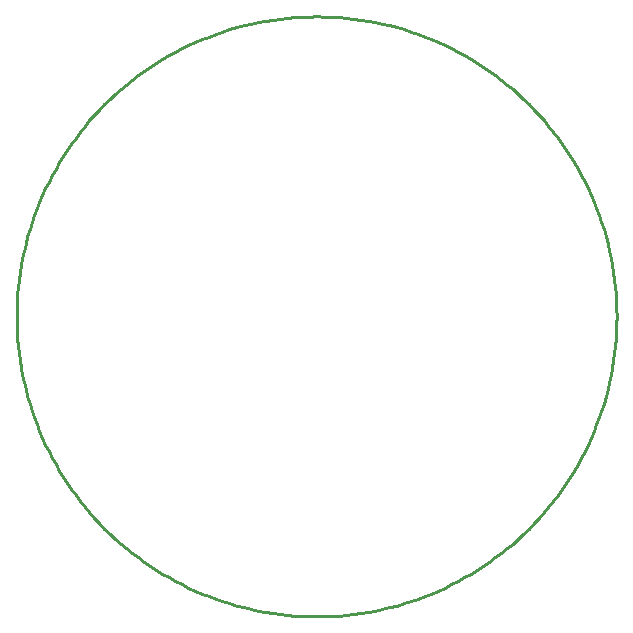
<source format=gtp>
G75*
%MOIN*%
%OFA0B0*%
%FSLAX25Y25*%
%IPPOS*%
%LPD*%
%AMOC8*
5,1,8,0,0,1.08239X$1,22.5*
%
%ADD10C,0.01000*%
D10*
X0001500Y0114770D02*
X0001530Y0117224D01*
X0001620Y0119677D01*
X0001771Y0122126D01*
X0001982Y0124572D01*
X0002252Y0127011D01*
X0002582Y0129443D01*
X0002972Y0131866D01*
X0003421Y0134279D01*
X0003930Y0136680D01*
X0004497Y0139068D01*
X0005122Y0141441D01*
X0005806Y0143798D01*
X0006547Y0146138D01*
X0007346Y0148459D01*
X0008201Y0150760D01*
X0009112Y0153038D01*
X0010079Y0155294D01*
X0011101Y0157526D01*
X0012178Y0159731D01*
X0013308Y0161910D01*
X0014491Y0164060D01*
X0015727Y0166180D01*
X0017015Y0168270D01*
X0018353Y0170327D01*
X0019742Y0172351D01*
X0021179Y0174340D01*
X0022665Y0176293D01*
X0024199Y0178209D01*
X0025779Y0180087D01*
X0027405Y0181926D01*
X0029075Y0183724D01*
X0030789Y0185481D01*
X0032546Y0187195D01*
X0034344Y0188865D01*
X0036183Y0190491D01*
X0038061Y0192071D01*
X0039977Y0193605D01*
X0041930Y0195091D01*
X0043919Y0196528D01*
X0045943Y0197917D01*
X0048000Y0199255D01*
X0050090Y0200543D01*
X0052210Y0201779D01*
X0054360Y0202962D01*
X0056539Y0204092D01*
X0058744Y0205169D01*
X0060976Y0206191D01*
X0063232Y0207158D01*
X0065510Y0208069D01*
X0067811Y0208924D01*
X0070132Y0209723D01*
X0072472Y0210464D01*
X0074829Y0211148D01*
X0077202Y0211773D01*
X0079590Y0212340D01*
X0081991Y0212849D01*
X0084404Y0213298D01*
X0086827Y0213688D01*
X0089259Y0214018D01*
X0091698Y0214288D01*
X0094144Y0214499D01*
X0096593Y0214650D01*
X0099046Y0214740D01*
X0101500Y0214770D01*
X0103954Y0214740D01*
X0106407Y0214650D01*
X0108856Y0214499D01*
X0111302Y0214288D01*
X0113741Y0214018D01*
X0116173Y0213688D01*
X0118596Y0213298D01*
X0121009Y0212849D01*
X0123410Y0212340D01*
X0125798Y0211773D01*
X0128171Y0211148D01*
X0130528Y0210464D01*
X0132868Y0209723D01*
X0135189Y0208924D01*
X0137490Y0208069D01*
X0139768Y0207158D01*
X0142024Y0206191D01*
X0144256Y0205169D01*
X0146461Y0204092D01*
X0148640Y0202962D01*
X0150790Y0201779D01*
X0152910Y0200543D01*
X0155000Y0199255D01*
X0157057Y0197917D01*
X0159081Y0196528D01*
X0161070Y0195091D01*
X0163023Y0193605D01*
X0164939Y0192071D01*
X0166817Y0190491D01*
X0168656Y0188865D01*
X0170454Y0187195D01*
X0172211Y0185481D01*
X0173925Y0183724D01*
X0175595Y0181926D01*
X0177221Y0180087D01*
X0178801Y0178209D01*
X0180335Y0176293D01*
X0181821Y0174340D01*
X0183258Y0172351D01*
X0184647Y0170327D01*
X0185985Y0168270D01*
X0187273Y0166180D01*
X0188509Y0164060D01*
X0189692Y0161910D01*
X0190822Y0159731D01*
X0191899Y0157526D01*
X0192921Y0155294D01*
X0193888Y0153038D01*
X0194799Y0150760D01*
X0195654Y0148459D01*
X0196453Y0146138D01*
X0197194Y0143798D01*
X0197878Y0141441D01*
X0198503Y0139068D01*
X0199070Y0136680D01*
X0199579Y0134279D01*
X0200028Y0131866D01*
X0200418Y0129443D01*
X0200748Y0127011D01*
X0201018Y0124572D01*
X0201229Y0122126D01*
X0201380Y0119677D01*
X0201470Y0117224D01*
X0201500Y0114770D01*
X0201470Y0112316D01*
X0201380Y0109863D01*
X0201229Y0107414D01*
X0201018Y0104968D01*
X0200748Y0102529D01*
X0200418Y0100097D01*
X0200028Y0097674D01*
X0199579Y0095261D01*
X0199070Y0092860D01*
X0198503Y0090472D01*
X0197878Y0088099D01*
X0197194Y0085742D01*
X0196453Y0083402D01*
X0195654Y0081081D01*
X0194799Y0078780D01*
X0193888Y0076502D01*
X0192921Y0074246D01*
X0191899Y0072014D01*
X0190822Y0069809D01*
X0189692Y0067630D01*
X0188509Y0065480D01*
X0187273Y0063360D01*
X0185985Y0061270D01*
X0184647Y0059213D01*
X0183258Y0057189D01*
X0181821Y0055200D01*
X0180335Y0053247D01*
X0178801Y0051331D01*
X0177221Y0049453D01*
X0175595Y0047614D01*
X0173925Y0045816D01*
X0172211Y0044059D01*
X0170454Y0042345D01*
X0168656Y0040675D01*
X0166817Y0039049D01*
X0164939Y0037469D01*
X0163023Y0035935D01*
X0161070Y0034449D01*
X0159081Y0033012D01*
X0157057Y0031623D01*
X0155000Y0030285D01*
X0152910Y0028997D01*
X0150790Y0027761D01*
X0148640Y0026578D01*
X0146461Y0025448D01*
X0144256Y0024371D01*
X0142024Y0023349D01*
X0139768Y0022382D01*
X0137490Y0021471D01*
X0135189Y0020616D01*
X0132868Y0019817D01*
X0130528Y0019076D01*
X0128171Y0018392D01*
X0125798Y0017767D01*
X0123410Y0017200D01*
X0121009Y0016691D01*
X0118596Y0016242D01*
X0116173Y0015852D01*
X0113741Y0015522D01*
X0111302Y0015252D01*
X0108856Y0015041D01*
X0106407Y0014890D01*
X0103954Y0014800D01*
X0101500Y0014770D01*
X0099046Y0014800D01*
X0096593Y0014890D01*
X0094144Y0015041D01*
X0091698Y0015252D01*
X0089259Y0015522D01*
X0086827Y0015852D01*
X0084404Y0016242D01*
X0081991Y0016691D01*
X0079590Y0017200D01*
X0077202Y0017767D01*
X0074829Y0018392D01*
X0072472Y0019076D01*
X0070132Y0019817D01*
X0067811Y0020616D01*
X0065510Y0021471D01*
X0063232Y0022382D01*
X0060976Y0023349D01*
X0058744Y0024371D01*
X0056539Y0025448D01*
X0054360Y0026578D01*
X0052210Y0027761D01*
X0050090Y0028997D01*
X0048000Y0030285D01*
X0045943Y0031623D01*
X0043919Y0033012D01*
X0041930Y0034449D01*
X0039977Y0035935D01*
X0038061Y0037469D01*
X0036183Y0039049D01*
X0034344Y0040675D01*
X0032546Y0042345D01*
X0030789Y0044059D01*
X0029075Y0045816D01*
X0027405Y0047614D01*
X0025779Y0049453D01*
X0024199Y0051331D01*
X0022665Y0053247D01*
X0021179Y0055200D01*
X0019742Y0057189D01*
X0018353Y0059213D01*
X0017015Y0061270D01*
X0015727Y0063360D01*
X0014491Y0065480D01*
X0013308Y0067630D01*
X0012178Y0069809D01*
X0011101Y0072014D01*
X0010079Y0074246D01*
X0009112Y0076502D01*
X0008201Y0078780D01*
X0007346Y0081081D01*
X0006547Y0083402D01*
X0005806Y0085742D01*
X0005122Y0088099D01*
X0004497Y0090472D01*
X0003930Y0092860D01*
X0003421Y0095261D01*
X0002972Y0097674D01*
X0002582Y0100097D01*
X0002252Y0102529D01*
X0001982Y0104968D01*
X0001771Y0107414D01*
X0001620Y0109863D01*
X0001530Y0112316D01*
X0001500Y0114770D01*
M02*

</source>
